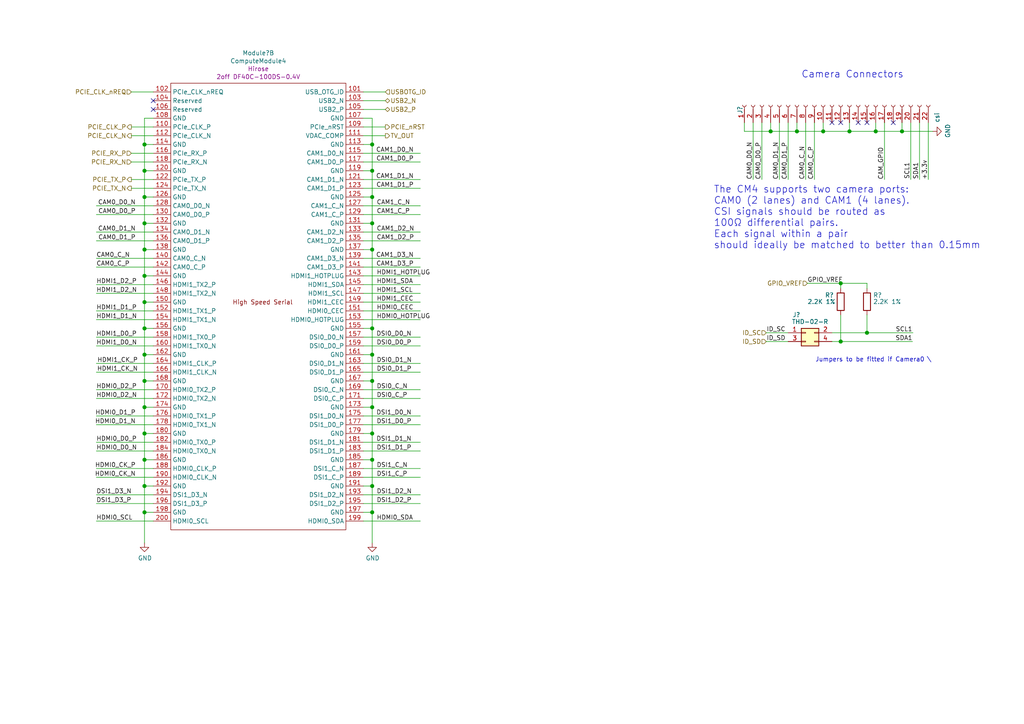
<source format=kicad_sch>
(kicad_sch (version 20211123) (generator eeschema)
  (paper "A4")
  (lib_symbols
    (symbol "CM4IO:ComputeModule4-CM4"
      (property "Reference" "Module" (at 113.03 -68.58 0))
      (property "Value" "ComputeModule4-CM4" (at 140.97 2.54 0))
      (property "Field4" "Hirose" (at 0 0 0))
      (property "Field5" "2x DF40C-100DS-0.4V" (at 0 -2.54 0))
      (symbol "ComputeModule4-CM4_1_0"
        (text "GPIO" (at 0 6.35 0) (effects (font (size 1.27 1.27))))
      )
      (symbol "ComputeModule4-CM4_1_1"
        (rectangle (start -30.48 -71.12) (end 25.4 58.42))
        (text "600mA Max" (at -8.89 -53.34 0) (effects (font (size 1.27 1.27))))
        (text "600mA Max" (at -8.89 -48.26 0) (effects (font (size 1.27 1.27))))
        (text "NB SD signals are only available" (at -1.27 -27.94 0) (effects (font (size 1.27 1.27))))
        (text "on modules without eMMC" (at -1.27 -30.48 0) (effects (font (size 1.27 1.27))))
        (pin power_in line (at 27.94 55.88 180) (length 2.54) (name "GND") (number "1"))
        (pin passive line (at -33.02 45.72 0) (length 2.54) (name "Ethernet_Pair0_N") (number "10"))
        (pin output line (at -33.02 -68.58 0) (length 2.54) (name "nEXTRST") (number "100"))
        (pin passive line (at 27.94 43.18 180) (length 2.54) (name "Ethernet_Pair2_P") (number "11"))
        (pin passive line (at -33.02 43.18 0) (length 2.54) (name "Ethernet_Pair0_P") (number "12"))
        (pin power_in line (at 27.94 40.64 180) (length 2.54) (name "GND") (number "13"))
        (pin power_in line (at -33.02 40.64 0) (length 2.54) (name "GND") (number "14"))
        (pin output line (at 27.94 38.1 180) (length 2.54) (name "Ethernet_nLED3(3.3v)") (number "15"))
        (pin input line (at -33.02 38.1 0) (length 2.54) (name "Ethernet_SYNC_IN(1.8v)") (number "16"))
        (pin output line (at 27.94 35.56 180) (length 2.54) (name "Ethernet_nLED2(3.3v)") (number "17"))
        (pin input line (at -33.02 35.56 0) (length 2.54) (name "Ethernet_SYNC_OUT(1.8v)") (number "18"))
        (pin output line (at 27.94 33.02 180) (length 2.54) (name "Ethernet_nLED1(3.3v)") (number "19"))
        (pin power_in line (at -33.02 55.88 0) (length 2.54) (name "GND") (number "2"))
        (pin passive line (at -33.02 33.02 0) (length 2.54) (name "EEPROM_nWP") (number "20"))
        (pin open_collector line (at 27.94 30.48 180) (length 2.54) (name "PI_nLED_Activity") (number "21"))
        (pin power_in line (at -33.02 30.48 0) (length 2.54) (name "GND") (number "22"))
        (pin power_in line (at 27.94 27.94 180) (length 2.54) (name "GND") (number "23"))
        (pin passive line (at -33.02 27.94 0) (length 2.54) (name "GPIO26") (number "24"))
        (pin passive line (at 27.94 25.4 180) (length 2.54) (name "GPIO21") (number "25"))
        (pin passive line (at -33.02 25.4 0) (length 2.54) (name "GPIO19") (number "26"))
        (pin passive line (at 27.94 22.86 180) (length 2.54) (name "GPIO20") (number "27"))
        (pin passive line (at -33.02 22.86 0) (length 2.54) (name "GPIO13") (number "28"))
        (pin passive line (at 27.94 20.32 180) (length 2.54) (name "GPIO16") (number "29"))
        (pin passive line (at 27.94 53.34 180) (length 2.54) (name "Ethernet_Pair3_P") (number "3"))
        (pin passive line (at -33.02 20.32 0) (length 2.54) (name "GPIO6") (number "30"))
        (pin passive line (at 27.94 17.78 180) (length 2.54) (name "GPIO12") (number "31"))
        (pin power_in line (at -33.02 17.78 0) (length 2.54) (name "GND") (number "32"))
        (pin power_in line (at 27.94 15.24 180) (length 2.54) (name "GND") (number "33"))
        (pin passive line (at -33.02 15.24 0) (length 2.54) (name "GPIO5") (number "34"))
        (pin passive line (at 27.94 12.7 180) (length 2.54) (name "ID_SC") (number "35"))
        (pin passive line (at -33.02 12.7 0) (length 2.54) (name "ID_SD") (number "36"))
        (pin passive line (at 27.94 10.16 180) (length 2.54) (name "GPIO7") (number "37"))
        (pin passive line (at -33.02 10.16 0) (length 2.54) (name "GPIO11") (number "38"))
        (pin passive line (at 27.94 7.62 180) (length 2.54) (name "GPIO8") (number "39"))
        (pin passive line (at -33.02 53.34 0) (length 2.54) (name "Ethernet_Pair1_P") (number "4"))
        (pin passive line (at -33.02 7.62 0) (length 2.54) (name "GPIO9") (number "40"))
        (pin passive line (at 27.94 5.08 180) (length 2.54) (name "GPIO25") (number "41"))
        (pin power_in line (at -33.02 5.08 0) (length 2.54) (name "GND") (number "42"))
        (pin power_in line (at 27.94 2.54 180) (length 2.54) (name "GND") (number "43"))
        (pin passive line (at -33.02 2.54 0) (length 2.54) (name "GPIO10") (number "44"))
        (pin passive line (at 27.94 0 180) (length 2.54) (name "GPIO24") (number "45"))
        (pin passive line (at -33.02 0 0) (length 2.54) (name "GPIO22") (number "46"))
        (pin passive line (at 27.94 -2.54 180) (length 2.54) (name "GPIO23") (number "47"))
        (pin passive line (at -33.02 -2.54 0) (length 2.54) (name "GPIO27") (number "48"))
        (pin passive line (at 27.94 -5.08 180) (length 2.54) (name "GPIO18") (number "49"))
        (pin passive line (at 27.94 50.8 180) (length 2.54) (name "Ethernet_Pair3_N") (number "5"))
        (pin passive line (at -33.02 -5.08 0) (length 2.54) (name "GPIO17") (number "50"))
        (pin passive line (at 27.94 -7.62 180) (length 2.54) (name "GPIO15") (number "51"))
        (pin power_in line (at -33.02 -7.62 0) (length 2.54) (name "GND") (number "52"))
        (pin power_in line (at 27.94 -10.16 180) (length 2.54) (name "GND") (number "53"))
        (pin passive line (at -33.02 -10.16 0) (length 2.54) (name "GPIO4") (number "54"))
        (pin passive line (at 27.94 -12.7 180) (length 2.54) (name "GPIO14") (number "55"))
        (pin passive line (at -33.02 -12.7 0) (length 2.54) (name "GPIO3") (number "56"))
        (pin passive line (at 27.94 -15.24 180) (length 2.54) (name "SD_CLK") (number "57"))
        (pin passive line (at -33.02 -15.24 0) (length 2.54) (name "GPIO2") (number "58"))
        (pin power_in line (at 27.94 -17.78 180) (length 2.54) (name "GND") (number "59"))
        (pin passive line (at -33.02 50.8 0) (length 2.54) (name "Ethernet_Pair1_N") (number "6"))
        (pin power_in line (at -33.02 -17.78 0) (length 2.54) (name "GND") (number "60"))
        (pin passive line (at 27.94 -20.32 180) (length 2.54) (name "SD_DAT3") (number "61"))
        (pin passive line (at -33.02 -20.32 0) (length 2.54) (name "SD_CMD") (number "62"))
        (pin passive line (at 27.94 -22.86 180) (length 2.54) (name "SD_DAT0") (number "63"))
        (pin passive line (at -33.02 -22.86 0) (length 2.54) (name "SD_DAT5") (number "64"))
        (pin power_in line (at 27.94 -25.4 180) (length 2.54) (name "GND") (number "65"))
        (pin power_in line (at -33.02 -25.4 0) (length 2.54) (name "GND") (number "66"))
        (pin passive line (at 27.94 -27.94 180) (length 2.54) (name "SD_DAT1") (number "67"))
        (pin passive line (at -33.02 -27.94 0) (length 2.54) (name "SD_DAT4") (number "68"))
        (pin passive line (at 27.94 -30.48 180) (length 2.54) (name "SD_DAT2") (number "69"))
        (pin power_in line (at 27.94 48.26 180) (length 2.54) (name "GND") (number "7"))
        (pin passive line (at -33.02 -30.48 0) (length 2.54) (name "SD_DAT7") (number "70"))
        (pin power_in line (at 27.94 -33.02 180) (length 2.54) (name "GND") (number "71"))
        (pin passive line (at -33.02 -33.02 0) (length 2.54) (name "SD_DAT6") (number "72"))
        (pin input line (at 27.94 -35.56 180) (length 2.54) (name "SD_VDD_Override") (number "73"))
        (pin power_in line (at -33.02 -35.56 0) (length 2.54) (name "GND") (number "74"))
        (pin output line (at 27.94 -38.1 180) (length 2.54) (name "SD_PWR_ON") (number "75"))
        (pin passive line (at -33.02 -38.1 0) (length 2.54) (name "Reserved") (number "76"))
        (pin power_in line (at 27.94 -40.64 180) (length 2.54) (name "+5v_(Input)") (number "77"))
        (pin power_in line (at -33.02 -40.64 0) (length 2.54) (name "GPIO_VREF(1.8v/3.3v_Input)") (number "78"))
        (pin power_in line (at 27.94 -43.18 180) (length 2.54) (name "+5v_(Input)") (number "79"))
        (pin power_in line (at -33.02 48.26 0) (length 2.54) (name "GND") (number "8"))
        (pin passive line (at -33.02 -43.18 0) (length 2.54) (name "SCL0") (number "80"))
        (pin power_in line (at 27.94 -45.72 180) (length 2.54) (name "+5v_(Input)") (number "81"))
        (pin passive line (at -33.02 -45.72 0) (length 2.54) (name "SDA0") (number "82"))
        (pin power_in line (at 27.94 -48.26 180) (length 2.54) (name "+5v_(Input)") (number "83"))
        (pin power_out line (at -33.02 -48.26 0) (length 2.54) (name "+3.3v_(Output)") (number "84"))
        (pin power_in line (at 27.94 -50.8 180) (length 2.54) (name "+5v_(Input)") (number "85"))
        (pin power_out line (at -33.02 -50.8 0) (length 2.54) (name "+3.3v_(Output)") (number "86"))
        (pin power_in line (at 27.94 -53.34 180) (length 2.54) (name "+5v_(Input)") (number "87"))
        (pin power_out line (at -33.02 -53.34 0) (length 2.54) (name "+1.8v_(Output)") (number "88"))
        (pin power_in line (at 27.94 -55.88 180) (length 2.54) (name "WiFi_nDisable") (number "89"))
        (pin passive line (at 27.94 45.72 180) (length 2.54) (name "Ethernet_Pair2_N") (number "9"))
        (pin power_out line (at -33.02 -55.88 0) (length 2.54) (name "+1.8v_(Output)") (number "90"))
        (pin power_in line (at 27.94 -58.42 180) (length 2.54) (name "BT_nDisable") (number "91"))
        (pin passive line (at -33.02 -58.42 0) (length 2.54) (name "RUN_PG") (number "92"))
        (pin input line (at 27.94 -60.96 180) (length 2.54) (name "nRPIBOOT") (number "93"))
        (pin passive line (at -33.02 -60.96 0) (length 2.54) (name "AnalogIP0") (number "94"))
        (pin output line (at 27.94 -63.5 180) (length 2.54) (name "nPI_LED_PWR") (number "95"))
        (pin passive line (at -33.02 -63.5 0) (length 2.54) (name "AnalogIP1") (number "96"))
        (pin passive line (at 27.94 -66.04 180) (length 2.54) (name "Camera_GPIO") (number "97"))
        (pin power_in line (at -33.02 -66.04 0) (length 2.54) (name "GND") (number "98"))
        (pin input line (at 27.94 -68.58 180) (length 2.54) (name "Global_EN") (number "99"))
      )
      (symbol "ComputeModule4-CM4_2_1"
        (rectangle (start 114.3 -66.04) (end 165.1 63.5))
        (text "High Speed Serial" (at 140.97 0 0) (effects (font (size 1.27 1.27))))
        (pin input line (at 170.18 60.96 180) (length 5.08) (name "USB_OTG_ID") (number "101"))
        (pin input line (at 109.22 60.96 0) (length 5.08) (name "PCIe_CLK_nREQ") (number "102"))
        (pin passive line (at 170.18 58.42 180) (length 5.08) (name "USB2_N") (number "103"))
        (pin passive line (at 109.22 58.42 0) (length 5.08) (name "Reserved") (number "104"))
        (pin passive line (at 170.18 55.88 180) (length 5.08) (name "USB2_P") (number "105"))
        (pin passive line (at 109.22 55.88 0) (length 5.08) (name "Reserved") (number "106"))
        (pin power_in line (at 170.18 53.34 180) (length 5.08) (name "GND") (number "107"))
        (pin power_in line (at 109.22 53.34 0) (length 5.08) (name "GND") (number "108"))
        (pin bidirectional line (at 170.18 50.8 180) (length 5.08) (name "PCIe_nRST") (number "109"))
        (pin output line (at 109.22 50.8 0) (length 5.08) (name "PCIe_CLK_P") (number "110"))
        (pin passive line (at 170.18 48.26 180) (length 5.08) (name "VDAC_COMP") (number "111"))
        (pin output line (at 109.22 48.26 0) (length 5.08) (name "PCIe_CLK_N") (number "112"))
        (pin power_in line (at 170.18 45.72 180) (length 5.08) (name "GND") (number "113"))
        (pin power_in line (at 109.22 45.72 0) (length 5.08) (name "GND") (number "114"))
        (pin input line (at 170.18 43.18 180) (length 5.08) (name "CAM1_D0_N") (number "115"))
        (pin input line (at 109.22 43.18 0) (length 5.08) (name "PCIe_RX_P") (number "116"))
        (pin input line (at 170.18 40.64 180) (length 5.08) (name "CAM1_D0_P") (number "117"))
        (pin input line (at 109.22 40.64 0) (length 5.08) (name "PCIe_RX_N") (number "118"))
        (pin power_in line (at 170.18 38.1 180) (length 5.08) (name "GND") (number "119"))
        (pin power_in line (at 109.22 38.1 0) (length 5.08) (name "GND") (number "120"))
        (pin input line (at 170.18 35.56 180) (length 5.08) (name "CAM1_D1_N") (number "121"))
        (pin output line (at 109.22 35.56 0) (length 5.08) (name "PCIe_TX_P") (number "122"))
        (pin input line (at 170.18 33.02 180) (length 5.08) (name "CAM1_D1_P") (number "123"))
        (pin output line (at 109.22 33.02 0) (length 5.08) (name "PCIe_TX_N") (number "124"))
        (pin power_in line (at 170.18 30.48 180) (length 5.08) (name "GND") (number "125"))
        (pin power_in line (at 109.22 30.48 0) (length 5.08) (name "GND") (number "126"))
        (pin input line (at 170.18 27.94 180) (length 5.08) (name "CAM1_C_N") (number "127"))
        (pin input line (at 109.22 27.94 0) (length 5.08) (name "CAM0_D0_N") (number "128"))
        (pin input line (at 170.18 25.4 180) (length 5.08) (name "CAM1_C_P") (number "129"))
        (pin input line (at 109.22 25.4 0) (length 5.08) (name "CAM0_D0_P") (number "130"))
        (pin power_in line (at 170.18 22.86 180) (length 5.08) (name "GND") (number "131"))
        (pin power_in line (at 109.22 22.86 0) (length 5.08) (name "GND") (number "132"))
        (pin input line (at 170.18 20.32 180) (length 5.08) (name "CAM1_D2_N") (number "133"))
        (pin input line (at 109.22 20.32 0) (length 5.08) (name "CAM0_D1_N") (number "134"))
        (pin input line (at 170.18 17.78 180) (length 5.08) (name "CAM1_D2_P") (number "135"))
        (pin input line (at 109.22 17.78 0) (length 5.08) (name "CAM0_D1_P") (number "136"))
        (pin power_in line (at 170.18 15.24 180) (length 5.08) (name "GND") (number "137"))
        (pin power_in line (at 109.22 15.24 0) (length 5.08) (name "GND") (number "138"))
        (pin input line (at 170.18 12.7 180) (length 5.08) (name "CAM1_D3_N") (number "139"))
        (pin input line (at 109.22 12.7 0) (length 5.08) (name "CAM0_C_N") (number "140"))
        (pin input line (at 170.18 10.16 180) (length 5.08) (name "CAM1_D3_P") (number "141"))
        (pin input line (at 109.22 10.16 0) (length 5.08) (name "CAM0_C_P") (number "142"))
        (pin input line (at 170.18 7.62 180) (length 5.08) (name "HDMI1_HOTPLUG") (number "143"))
        (pin power_in line (at 109.22 7.62 0) (length 5.08) (name "GND") (number "144"))
        (pin bidirectional line (at 170.18 5.08 180) (length 5.08) (name "HDMI1_SDA") (number "145"))
        (pin output line (at 109.22 5.08 0) (length 5.08) (name "HDMI1_TX2_P") (number "146"))
        (pin open_collector line (at 170.18 2.54 180) (length 5.08) (name "HDMI1_SCL") (number "147"))
        (pin output line (at 109.22 2.54 0) (length 5.08) (name "HDMI1_TX2_N") (number "148"))
        (pin open_collector line (at 170.18 0 180) (length 5.08) (name "HDMI1_CEC") (number "149"))
        (pin power_in line (at 109.22 0 0) (length 5.08) (name "GND") (number "150"))
        (pin open_collector line (at 170.18 -2.54 180) (length 5.08) (name "HDMI0_CEC") (number "151"))
        (pin output line (at 109.22 -2.54 0) (length 5.08) (name "HDMI1_TX1_P") (number "152"))
        (pin input line (at 170.18 -5.08 180) (length 5.08) (name "HDMI0_HOTPLUG") (number "153"))
        (pin output line (at 109.22 -5.08 0) (length 5.08) (name "HDMI1_TX1_N") (number "154"))
        (pin power_in line (at 170.18 -7.62 180) (length 5.08) (name "GND") (number "155"))
        (pin power_in line (at 109.22 -7.62 0) (length 5.08) (name "GND") (number "156"))
        (pin output line (at 170.18 -10.16 180) (length 5.08) (name "DSI0_D0_N") (number "157"))
        (pin output line (at 109.22 -10.16 0) (length 5.08) (name "HDMI1_TX0_P") (number "158"))
        (pin output line (at 170.18 -12.7 180) (length 5.08) (name "DSI0_D0_P") (number "159"))
        (pin output line (at 109.22 -12.7 0) (length 5.08) (name "HDMI1_TX0_N") (number "160"))
        (pin power_in line (at 170.18 -15.24 180) (length 5.08) (name "GND") (number "161"))
        (pin power_in line (at 109.22 -15.24 0) (length 5.08) (name "GND") (number "162"))
        (pin output line (at 170.18 -17.78 180) (length 5.08) (name "DSI0_D1_N") (number "163"))
        (pin output line (at 109.22 -17.78 0) (length 5.08) (name "HDMI1_CLK_P") (number "164"))
        (pin output line (at 170.18 -20.32 180) (length 5.08) (name "DSI0_D1_P") (number "165"))
        (pin output line (at 109.22 -20.32 0) (length 5.08) (name "HDMI1_CLK_N") (number "166"))
        (pin power_in line (at 170.18 -22.86 180) (length 5.08) (name "GND") (number "167"))
        (pin power_in line (at 109.22 -22.86 0) (length 5.08) (name "GND") (number "168"))
        (pin output line (at 170.18 -25.4 180) (length 5.08) (name "DSI0_C_N") (number "169"))
        (pin output line (at 109.22 -25.4 0) (length 5.08) (name "HDMI0_TX2_P") (number "170"))
        (pin output line (at 170.18 -27.94 180) (length 5.08) (name "DSI0_C_P") (number "171"))
        (pin output line (at 109.22 -27.94 0) (length 5.08) (name "HDMI0_TX2_N") (number "172"))
        (pin power_in line (at 170.18 -30.48 180) (length 5.08) (name "GND") (number "173"))
        (pin power_in line (at 109.22 -30.48 0) (length 5.08) (name "GND") (number "174"))
        (pin output line (at 170.18 -33.02 180) (length 5.08) (name "DSI1_D0_N") (number "175"))
        (pin output line (at 109.22 -33.02 0) (length 5.08) (name "HDMI0_TX1_P") (number "176"))
        (pin output line (at 170.18 -35.56 180) (length 5.08) (name "DSI1_D0_P") (number "177"))
        (pin output line (at 109.22 -35.56 0) (length 5.08) (name "HDMI0_TX1_N") (number "178"))
        (pin power_in line (at 170.18 -38.1 180) (length 5.08) (name "GND") (number "179"))
        (pin power_in line (at 109.22 -38.1 0) (length 5.08) (name "GND") (number "180"))
        (pin output line (at 170.18 -40.64 180) (length 5.08) (name "DSI1_D1_N") (number "181"))
        (pin output line (at 109.22 -40.64 0) (length 5.08) (name "HDMI0_TX0_P") (number "182"))
        (pin output line (at 170.18 -43.18 180) (length 5.08) (name "DSI1_D1_P") (number "183"))
        (pin output line (at 109.22 -43.18 0) (length 5.08) (name "HDMI0_TX0_N") (number "184"))
        (pin power_in line (at 170.18 -45.72 180) (length 5.08) (name "GND") (number "185"))
        (pin power_in line (at 109.22 -45.72 0) (length 5.08) (name "GND") (number "186"))
        (pin output line (at 170.18 -48.26 180) (length 5.08) (name "DSI1_C_N") (number "187"))
        (pin output line (at 109.22 -48.26 0) (length 5.08) (name "HDMI0_CLK_P") (number "188"))
        (pin output line (at 170.18 -50.8 180) (length 5.08) (name "DSI1_C_P") (number "189"))
        (pin output line (at 109.22 -50.8 0) (length 5.08) (name "HDMI0_CLK_N") (number "190"))
        (pin power_in line (at 170.18 -53.34 180) (length 5.08) (name "GND") (number "191"))
        (pin power_in line (at 109.22 -53.34 0) (length 5.08) (name "GND") (number "192"))
        (pin output line (at 170.18 -55.88 180) (length 5.08) (name "DSI1_D2_N") (number "193"))
        (pin output line (at 109.22 -55.88 0) (length 5.08) (name "DSI1_D3_N") (number "194"))
        (pin output line (at 170.18 -58.42 180) (length 5.08) (name "DSI1_D2_P") (number "195"))
        (pin output line (at 109.22 -58.42 0) (length 5.08) (name "DSI1_D3_P") (number "196"))
        (pin power_in line (at 170.18 -60.96 180) (length 5.08) (name "GND") (number "197"))
        (pin power_in line (at 109.22 -60.96 0) (length 5.08) (name "GND") (number "198"))
        (pin bidirectional line (at 170.18 -63.5 180) (length 5.08) (name "HDMI0_SDA") (number "199"))
        (pin open_collector line (at 109.22 -63.5 0) (length 5.08) (name "HDMI0_SCL") (number "200"))
      )
    )
    (symbol "Connector:Conn_01x22_Female" (pin_names hide)
      (property "Reference" "J" (at 0 27.94 0))
      (property "Value" "Conn_01x22_Female" (at 0 -30.48 0))
      (symbol "Conn_01x22_Female_1_1"
        (arc (start 0 -27.432) (mid -0.508 -27.94) (end 0 -28.448))
        (arc (start 0 -24.892) (mid -0.508 -25.4) (end 0 -25.908))
        (arc (start 0 -22.352) (mid -0.508 -22.86) (end 0 -23.368))
        (arc (start 0 -19.812) (mid -0.508 -20.32) (end 0 -20.828))
        (arc (start 0 -17.272) (mid -0.508 -17.78) (end 0 -18.288))
        (arc (start 0 -14.732) (mid -0.508 -15.24) (end 0 -15.748))
        (arc (start 0 -12.192) (mid -0.508 -12.7) (end 0 -13.208))
        (arc (start 0 -9.652) (mid -0.508 -10.16) (end 0 -10.668))
        (arc (start 0 -7.112) (mid -0.508 -7.62) (end 0 -8.128))
        (arc (start 0 -4.572) (mid -0.508 -5.08) (end 0 -5.588))
        (arc (start 0 -2.032) (mid -0.508 -2.54) (end 0 -3.048))
        (polyline (pts (xy -1.27 -27.94) (xy -0.508 -27.94)))
        (polyline (pts (xy -1.27 -25.4) (xy -0.508 -25.4)))
        (polyline (pts (xy -1.27 -22.86) (xy -0.508 -22.86)))
        (polyline (pts (xy -1.27 -20.32) (xy -0.508 -20.32)))
        (polyline (pts (xy -1.27 -17.78) (xy -0.508 -17.78)))
        (polyline (pts (xy -1.27 -15.24) (xy -0.508 -15.24)))
        (polyline (pts (xy -1.27 -12.7) (xy -0.508 -12.7)))
        (polyline (pts (xy -1.27 -10.16) (xy -0.508 -10.16)))
        (polyline (pts (xy -1.27 -7.62) (xy -0.508 -7.62)))
        (polyline (pts (xy -1.27 -5.08) (xy -0.508 -5.08)))
        (polyline (pts (xy -1.27 -2.54) (xy -0.508 -2.54)))
        (polyline (pts (xy -1.27 0) (xy -0.508 0)))
        (polyline (pts (xy -1.27 2.54) (xy -0.508 2.54)))
        (polyline (pts (xy -1.27 5.08) (xy -0.508 5.08)))
        (polyline (pts (xy -1.27 7.62) (xy -0.508 7.62)))
        (polyline (pts (xy -1.27 10.16) (xy -0.508 10.16)))
        (polyline (pts (xy -1.27 12.7) (xy -0.508 12.7)))
        (polyline (pts (xy -1.27 15.24) (xy -0.508 15.24)))
        (polyline (pts (xy -1.27 17.78) (xy -0.508 17.78)))
        (polyline (pts (xy -1.27 20.32) (xy -0.508 20.32)))
        (polyline (pts (xy -1.27 22.86) (xy -0.508 22.86)))
        (polyline (pts (xy -1.27 25.4) (xy -0.508 25.4)))
        (arc (start 0 0.508) (mid -0.508 0) (end 0 -0.508))
        (arc (start 0 3.048) (mid -0.508 2.54) (end 0 2.032))
        (arc (start 0 5.588) (mid -0.508 5.08) (end 0 4.572))
        (arc (start 0 8.128) (mid -0.508 7.62) (end 0 7.112))
        (arc (start 0 10.668) (mid -0.508 10.16) (end 0 9.652))
        (arc (start 0 13.208) (mid -0.508 12.7) (end 0 12.192))
        (arc (start 0 15.748) (mid -0.508 15.24) (end 0 14.732))
        (arc (start 0 18.288) (mid -0.508 17.78) (end 0 17.272))
        (arc (start 0 20.828) (mid -0.508 20.32) (end 0 19.812))
        (arc (start 0 23.368) (mid -0.508 22.86) (end 0 22.352))
        (arc (start 0 25.908) (mid -0.508 25.4) (end 0 24.892))
        (pin passive line (at -5.08 25.4 0) (length 3.81) (name "Pin_1") (number "1"))
        (pin passive line (at -5.08 2.54 0) (length 3.81) (name "Pin_10") (number "10"))
        (pin passive line (at -5.08 0 0) (length 3.81) (name "Pin_11") (number "11"))
        (pin passive line (at -5.08 -2.54 0) (length 3.81) (name "Pin_12") (number "12"))
        (pin passive line (at -5.08 -5.08 0) (length 3.81) (name "Pin_13") (number "13"))
        (pin passive line (at -5.08 -7.62 0) (length 3.81) (name "Pin_14") (number "14"))
        (pin passive line (at -5.08 -10.16 0) (length 3.81) (name "Pin_15") (number "15"))
        (pin passive line (at -5.08 -12.7 0) (length 3.81) (name "Pin_16") (number "16"))
        (pin passive line (at -5.08 -15.24 0) (length 3.81) (name "Pin_17") (number "17"))
        (pin passive line (at -5.08 -17.78 0) (length 3.81) (name "Pin_18") (number "18"))
        (pin passive line (at -5.08 -20.32 0) (length 3.81) (name "Pin_19") (number "19"))
        (pin passive line (at -5.08 22.86 0) (length 3.81) (name "Pin_2") (number "2"))
        (pin passive line (at -5.08 -22.86 0) (length 3.81) (name "Pin_20") (number "20"))
        (pin passive line (at -5.08 -25.4 0) (length 3.81) (name "Pin_21") (number "21"))
        (pin passive line (at -5.08 -27.94 0) (length 3.81) (name "Pin_22") (number "22"))
        (pin passive line (at -5.08 20.32 0) (length 3.81) (name "Pin_3") (number "3"))
        (pin passive line (at -5.08 17.78 0) (length 3.81) (name "Pin_4") (number "4"))
        (pin passive line (at -5.08 15.24 0) (length 3.81) (name "Pin_5") (number "5"))
        (pin passive line (at -5.08 12.7 0) (length 3.81) (name "Pin_6") (number "6"))
        (pin passive line (at -5.08 10.16 0) (length 3.81) (name "Pin_7") (number "7"))
        (pin passive line (at -5.08 7.62 0) (length 3.81) (name "Pin_8") (number "8"))
        (pin passive line (at -5.08 5.08 0) (length 3.81) (name "Pin_9") (number "9"))
      )
    )
    (symbol "Connector_Generic:Conn_02x02_Odd_Even" (pin_names hide)
      (property "Reference" "J" (at 1.27 2.54 0))
      (property "Value" "Conn_02x02_Odd_Even" (at 1.27 -5.08 0))
      (symbol "Conn_02x02_Odd_Even_1_1"
        (rectangle (start -1.27 -2.413) (end 0 -2.667))
        (rectangle (start -1.27 0.127) (end 0 -0.127))
        (rectangle (start -1.27 1.27) (end 3.81 -3.81) (stroke (width 0.254)) (fill (type background)))
        (rectangle (start 3.81 -2.413) (end 2.54 -2.667))
        (rectangle (start 3.81 0.127) (end 2.54 -0.127))
        (pin passive line (at -5.08 0 0) (length 3.81) (name "Pin_1") (number "1"))
        (pin passive line (at 7.62 0 180) (length 3.81) (name "Pin_2") (number "2"))
        (pin passive line (at -5.08 -2.54 0) (length 3.81) (name "Pin_3") (number "3"))
        (pin passive line (at 7.62 -2.54 180) (length 3.81) (name "Pin_4") (number "4"))
      )
    )
    (symbol "Device:R" (pin_numbers hide) (pin_names (offset 0))
      (property "Reference" "R" (at 2.032 0 90))
      (property "Value" "R" (at 0 0 90))
      (symbol "R_0_1"
        (rectangle (start -1.016 -2.54) (end 1.016 2.54) (stroke (width 0.254)))
      )
      (symbol "R_1_1"
        (pin passive line (at 0 3.81 270) (length 1.27) (name "~") (number "1"))
        (pin passive line (at 0 -3.81 90) (length 1.27) (name "~") (number "2"))
      )
    )
    (symbol "power:GND" (power) (pin_names (offset 0))
      (property "Value" "GND" (at 0 -3.81 0))
      (symbol "GND_0_1"
        (polyline (pts (xy 0 0) (xy 0 -1.27) (xy 1.27 -1.27) (xy 0 -2.54) (xy -1.27 -1.27) (xy 0 -1.27)))
      )
      (symbol "GND_1_1"
        (pin power_in line (at 0 0 270) (length 0) hide (name "GND") (number "1"))
      )
    )
  )
  (junction (at 251.46 96.52) (diameter 1.016))
  (junction (at 107.95 140.97) (diameter 1.016))
  (junction (at 41.91 110.49) (diameter 1.016))
  (junction (at 254 38.1) (diameter 1.016))
  (junction (at 107.95 64.77) (diameter 1.016))
  (junction (at 41.91 49.53) (diameter 1.016))
  (junction (at 41.91 140.97) (diameter 1.016))
  (junction (at 41.91 95.25) (diameter 1.016))
  (junction (at 107.95 148.59) (diameter 1.016))
  (junction (at 107.95 95.25) (diameter 1.016))
  (junction (at 107.95 102.87) (diameter 1.016))
  (junction (at 41.91 87.63) (diameter 1.016))
  (junction (at 107.95 110.49) (diameter 1.016))
  (junction (at 243.84 99.06) (diameter 1.016))
  (junction (at 41.91 125.73) (diameter 1.016))
  (junction (at 41.91 80.01) (diameter 1.016))
  (junction (at 107.95 72.39) (diameter 1.016))
  (junction (at 41.91 57.15) (diameter 1.016))
  (junction (at 107.95 118.11) (diameter 1.016))
  (junction (at 107.95 125.73) (diameter 1.016))
  (junction (at 246.38 38.1) (diameter 1.016))
  (junction (at 41.91 72.39) (diameter 1.016))
  (junction (at 107.95 49.53) (diameter 1.016))
  (junction (at 41.91 102.87) (diameter 1.016))
  (junction (at 41.91 118.11) (diameter 1.016))
  (junction (at 41.91 41.91) (diameter 1.016))
  (junction (at 223.52 38.1) (diameter 1.016))
  (junction (at 41.91 148.59) (diameter 1.016))
  (junction (at 243.84 82.169) (diameter 1.016))
  (junction (at 41.91 133.35) (diameter 1.016))
  (junction (at 238.76 38.1) (diameter 1.016))
  (junction (at 231.14 38.1) (diameter 1.016))
  (junction (at 261.62 38.1) (diameter 1.016))
  (junction (at 107.95 133.35) (diameter 1.016))
  (junction (at 107.95 41.91) (diameter 1.016))
  (junction (at 107.95 57.15) (diameter 1.016))
  (junction (at 41.91 64.77) (diameter 1.016))
  (no_connect (at 44.45 29.21))
  (no_connect (at 248.92 35.56))
  (no_connect (at 44.45 31.75))
  (no_connect (at 251.46 35.56))
  (no_connect (at 243.84 35.56))
  (no_connect (at 241.3 35.56))
  (no_connect (at 259.08 35.56))
  (wire (pts (xy 27.94 92.71) (xy 44.45 92.71)))
  (wire (pts (xy 107.95 95.25) (xy 107.95 102.87)))
  (wire (pts (xy 41.91 57.15) (xy 41.91 64.77)))
  (wire (pts (xy 243.84 91.313) (xy 243.84 99.06)))
  (wire (pts (xy 215.9 38.1) (xy 223.52 38.1)))
  (wire (pts (xy 27.94 143.51) (xy 44.45 143.51)))
  (wire (pts (xy 121.92 74.93) (xy 105.41 74.93)))
  (wire (pts (xy 222.25 99.06) (xy 228.6 99.06)))
  (wire (pts (xy 105.41 59.69) (xy 121.92 59.69)))
  (wire (pts (xy 38.1 52.07) (xy 44.45 52.07)))
  (wire (pts (xy 121.92 46.99) (xy 105.41 46.99)))
  (wire (pts (xy 222.25 96.52) (xy 228.6 96.52)))
  (wire (pts (xy 107.95 110.49) (xy 107.95 118.11)))
  (wire (pts (xy 27.94 85.09) (xy 44.45 85.09)))
  (wire (pts (xy 44.45 34.29) (xy 41.91 34.29)))
  (wire (pts (xy 27.94 115.57) (xy 44.45 115.57)))
  (wire (pts (xy 27.94 82.55) (xy 44.45 82.55)))
  (wire (pts (xy 107.95 140.97) (xy 107.95 148.59)))
  (wire (pts (xy 251.46 82.169) (xy 251.46 83.693)))
  (wire (pts (xy 44.45 105.41) (xy 27.94 105.41)))
  (wire (pts (xy 121.92 97.79) (xy 105.41 97.79)))
  (wire (pts (xy 121.92 52.07) (xy 105.41 52.07)))
  (wire (pts (xy 105.41 85.09) (xy 121.92 85.09)))
  (wire (pts (xy 41.91 125.73) (xy 44.45 125.73)))
  (wire (pts (xy 41.91 72.39) (xy 44.45 72.39)))
  (wire (pts (xy 238.76 38.1) (xy 246.38 38.1)))
  (wire (pts (xy 41.91 80.01) (xy 41.91 87.63)))
  (wire (pts (xy 41.91 110.49) (xy 44.45 110.49)))
  (wire (pts (xy 41.91 49.53) (xy 41.91 57.15)))
  (wire (pts (xy 105.41 31.75) (xy 111.76 31.75)))
  (wire (pts (xy 41.91 140.97) (xy 41.91 148.59)))
  (wire (pts (xy 105.41 80.01) (xy 121.92 80.01)))
  (wire (pts (xy 246.38 38.1) (xy 246.38 35.56)))
  (wire (pts (xy 231.14 38.1) (xy 238.76 38.1)))
  (wire (pts (xy 105.41 118.11) (xy 107.95 118.11)))
  (wire (pts (xy 41.91 41.91) (xy 44.45 41.91)))
  (wire (pts (xy 238.76 38.1) (xy 238.76 35.56)))
  (wire (pts (xy 105.41 113.03) (xy 121.92 113.03)))
  (wire (pts (xy 44.45 138.43) (xy 27.94 138.43)))
  (wire (pts (xy 44.45 59.69) (xy 27.94 59.69)))
  (wire (pts (xy 27.94 146.05) (xy 44.45 146.05)))
  (wire (pts (xy 105.41 105.41) (xy 121.92 105.41)))
  (wire (pts (xy 105.41 133.35) (xy 107.95 133.35)))
  (wire (pts (xy 44.45 69.85) (xy 27.94 69.85)))
  (wire (pts (xy 107.95 72.39) (xy 107.95 64.77)))
  (wire (pts (xy 41.91 34.29) (xy 41.91 41.91)))
  (wire (pts (xy 223.52 38.1) (xy 223.52 35.56)))
  (wire (pts (xy 41.91 57.15) (xy 44.45 57.15)))
  (wire (pts (xy 38.1 39.37) (xy 44.45 39.37)))
  (wire (pts (xy 107.95 49.53) (xy 107.95 41.91)))
  (wire (pts (xy 105.41 64.77) (xy 107.95 64.77)))
  (wire (pts (xy 41.91 110.49) (xy 41.91 118.11)))
  (wire (pts (xy 107.95 125.73) (xy 107.95 133.35)))
  (wire (pts (xy 27.94 151.13) (xy 44.45 151.13)))
  (wire (pts (xy 41.91 102.87) (xy 41.91 110.49)))
  (wire (pts (xy 105.41 39.37) (xy 111.76 39.37)))
  (wire (pts (xy 121.92 130.81) (xy 105.41 130.81)))
  (wire (pts (xy 27.94 100.33) (xy 44.45 100.33)))
  (wire (pts (xy 121.92 54.61) (xy 105.41 54.61)))
  (wire (pts (xy 27.94 74.93) (xy 44.45 74.93)))
  (wire (pts (xy 107.95 102.87) (xy 107.95 110.49)))
  (wire (pts (xy 107.95 72.39) (xy 107.95 95.25)))
  (wire (pts (xy 38.1 36.83) (xy 44.45 36.83)))
  (wire (pts (xy 41.91 148.59) (xy 41.91 157.48)))
  (wire (pts (xy 44.45 62.23) (xy 27.94 62.23)))
  (wire (pts (xy 236.22 52.07) (xy 236.22 35.56)))
  (wire (pts (xy 251.46 96.52) (xy 264.795 96.52)))
  (wire (pts (xy 105.41 57.15) (xy 107.95 57.15)))
  (wire (pts (xy 228.6 52.07) (xy 228.6 35.56)))
  (wire (pts (xy 107.95 118.11) (xy 107.95 125.73)))
  (wire (pts (xy 41.91 133.35) (xy 44.45 133.35)))
  (wire (pts (xy 105.41 36.83) (xy 111.76 36.83)))
  (wire (pts (xy 41.91 41.91) (xy 41.91 49.53)))
  (wire (pts (xy 234.188 82.169) (xy 243.84 82.169)))
  (wire (pts (xy 105.41 125.73) (xy 107.95 125.73)))
  (wire (pts (xy 105.41 82.55) (xy 121.92 82.55)))
  (wire (pts (xy 107.95 148.59) (xy 107.95 157.48)))
  (wire (pts (xy 105.41 107.95) (xy 121.92 107.95)))
  (wire (pts (xy 218.44 52.07) (xy 218.44 35.56)))
  (wire (pts (xy 261.62 38.1) (xy 270.51 38.1)))
  (wire (pts (xy 41.91 133.35) (xy 41.91 140.97)))
  (wire (pts (xy 254 38.1) (xy 254 35.56)))
  (wire (pts (xy 44.45 107.95) (xy 27.94 107.95)))
  (wire (pts (xy 105.41 29.21) (xy 111.76 29.21)))
  (wire (pts (xy 107.95 41.91) (xy 107.95 34.29)))
  (wire (pts (xy 251.46 91.313) (xy 251.46 96.52)))
  (wire (pts (xy 121.92 77.47) (xy 105.41 77.47)))
  (wire (pts (xy 44.45 123.19) (xy 27.94 123.19)))
  (wire (pts (xy 27.94 77.47) (xy 44.45 77.47)))
  (wire (pts (xy 111.76 26.67) (xy 105.41 26.67)))
  (wire (pts (xy 121.92 120.65) (xy 105.41 120.65)))
  (wire (pts (xy 41.91 87.63) (xy 44.45 87.63)))
  (wire (pts (xy 44.45 67.31) (xy 27.94 67.31)))
  (wire (pts (xy 105.41 151.13) (xy 121.92 151.13)))
  (wire (pts (xy 44.45 120.65) (xy 27.94 120.65)))
  (wire (pts (xy 121.92 123.19) (xy 105.41 123.19)))
  (wire (pts (xy 105.41 62.23) (xy 121.92 62.23)))
  (wire (pts (xy 243.84 82.169) (xy 251.46 82.169)))
  (wire (pts (xy 105.41 72.39) (xy 107.95 72.39)))
  (wire (pts (xy 254 38.1) (xy 261.62 38.1)))
  (wire (pts (xy 105.41 49.53) (xy 107.95 49.53)))
  (wire (pts (xy 107.95 133.35) (xy 107.95 140.97)))
  (wire (pts (xy 27.94 130.81) (xy 44.45 130.81)))
  (wire (pts (xy 41.91 49.53) (xy 44.45 49.53)))
  (wire (pts (xy 243.84 99.06) (xy 264.668 99.06)))
  (wire (pts (xy 41.91 118.11) (xy 41.91 125.73)))
  (wire (pts (xy 105.41 102.87) (xy 107.95 102.87)))
  (wire (pts (xy 105.41 41.91) (xy 107.95 41.91)))
  (wire (pts (xy 233.68 52.07) (xy 233.68 35.56)))
  (wire (pts (xy 107.95 57.15) (xy 107.95 49.53)))
  (wire (pts (xy 261.62 38.1) (xy 261.62 35.56)))
  (wire (pts (xy 264.16 35.56) (xy 264.16 52.07)))
  (wire (pts (xy 44.45 148.59) (xy 41.91 148.59)))
  (wire (pts (xy 105.41 138.43) (xy 121.92 138.43)))
  (wire (pts (xy 269.24 35.56) (xy 269.24 52.07)))
  (wire (pts (xy 215.9 35.56) (xy 215.9 38.1)))
  (wire (pts (xy 266.7 35.56) (xy 266.7 52.07)))
  (wire (pts (xy 41.91 102.87) (xy 44.45 102.87)))
  (wire (pts (xy 41.91 125.73) (xy 41.91 133.35)))
  (wire (pts (xy 41.91 95.25) (xy 41.91 102.87)))
  (wire (pts (xy 226.06 52.07) (xy 226.06 35.56)))
  (wire (pts (xy 41.91 87.63) (xy 41.91 95.25)))
  (wire (pts (xy 105.41 90.17) (xy 121.92 90.17)))
  (wire (pts (xy 105.41 143.51) (xy 121.92 143.51)))
  (wire (pts (xy 44.45 135.89) (xy 27.94 135.89)))
  (wire (pts (xy 107.95 64.77) (xy 107.95 57.15)))
  (wire (pts (xy 256.54 35.56) (xy 256.54 52.07)))
  (wire (pts (xy 105.41 67.31) (xy 121.92 67.31)))
  (wire (pts (xy 105.41 92.71) (xy 121.92 92.71)))
  (wire (pts (xy 27.94 128.27) (xy 44.45 128.27)))
  (wire (pts (xy 243.84 82.169) (xy 243.84 83.693)))
  (wire (pts (xy 220.98 52.07) (xy 220.98 35.56)))
  (wire (pts (xy 41.91 118.11) (xy 44.45 118.11)))
  (wire (pts (xy 41.91 95.25) (xy 44.45 95.25)))
  (wire (pts (xy 121.92 128.27) (xy 105.41 128.27)))
  (wire (pts (xy 38.1 26.67) (xy 44.45 26.67)))
  (wire (pts (xy 105.41 135.89) (xy 121.92 135.89)))
  (wire (pts (xy 27.94 113.03) (xy 44.45 113.03)))
  (wire (pts (xy 107.95 34.29) (xy 105.41 34.29)))
  (wire (pts (xy 121.92 44.45) (xy 105.41 44.45)))
  (wire (pts (xy 44.45 46.99) (xy 38.1 46.99)))
  (wire (pts (xy 27.94 97.79) (xy 44.45 97.79)))
  (wire (pts (xy 246.38 38.1) (xy 254 38.1)))
  (wire (pts (xy 105.41 87.63) (xy 121.92 87.63)))
  (wire (pts (xy 105.41 140.97) (xy 107.95 140.97)))
  (wire (pts (xy 41.91 64.77) (xy 44.45 64.77)))
  (wire (pts (xy 223.52 38.1) (xy 231.14 38.1)))
  (wire (pts (xy 105.41 110.49) (xy 107.95 110.49)))
  (wire (pts (xy 44.45 44.45) (xy 38.1 44.45)))
  (wire (pts (xy 231.14 38.1) (xy 231.14 35.56)))
  (wire (pts (xy 41.91 80.01) (xy 44.45 80.01)))
  (wire (pts (xy 105.41 69.85) (xy 121.92 69.85)))
  (wire (pts (xy 105.41 115.57) (xy 121.92 115.57)))
  (wire (pts (xy 27.94 90.17) (xy 44.45 90.17)))
  (wire (pts (xy 41.91 64.77) (xy 41.91 72.39)))
  (wire (pts (xy 105.41 146.05) (xy 121.92 146.05)))
  (wire (pts (xy 241.3 99.06) (xy 243.84 99.06)))
  (wire (pts (xy 44.45 140.97) (xy 41.91 140.97)))
  (wire (pts (xy 105.41 95.25) (xy 107.95 95.25)))
  (wire (pts (xy 121.92 100.33) (xy 105.41 100.33)))
  (wire (pts (xy 41.91 72.39) (xy 41.91 80.01)))
  (wire (pts (xy 105.41 148.59) (xy 107.95 148.59)))
  (wire (pts (xy 241.3 96.52) (xy 251.46 96.52)))
  (wire (pts (xy 38.1 54.61) (xy 44.45 54.61)))
  (text "Camera Connectors" (at 232.41 22.86 0) (effects (font (size 2.0066 2.0066)) (justify left bottom)))
  (text "Jumpers to be fitted if Camera0 \\\n" (at 270.002 105.156 180) (effects (font (size 1.27 1.27)) (justify right bottom)))
  (text "The CM4 supports two camera ports:\nCAM0 (2 lanes) and CAM1 (4 lanes).\nCSI signals should be routed as\n100Ω differential pairs.\nEach signal within a pair\nshould ideally be matched to better than 0.15mm" (at 207.01 72.39 0) (effects (font (size 2.0066 2.0066)) (justify left bottom)))
  (label "CAM0_D0_P" (at 220.98 52.07 90))
  (label "HDMI1_HOTPLUG" (at 109.22 80.01 0))
  (label "CAM1_D2_P" (at 109.22 69.85 0))
  (label "DSI0_D0_N" (at 119.38 97.79 180))
  (label "HDMI1_CK_P" (at 40.005 105.41 180))
  (label "CAM1_D0_P" (at 120.015 46.99 180))
  (label "DSI1_D0_N" (at 119.38 120.65 180))
  (label "DSI1_D3_P" (at 27.94 146.05 0))
  (label "HDMI1_D2_N" (at 27.94 85.09 0))
  (label "CAM0_D1_N" (at 226.06 52.07 90))
  (label "CAM1_D3_P" (at 120.015 77.47 180))
  (label "HDMI1_D0_P" (at 27.94 97.79 0))
  (label "CAM0_D0_P" (at 39.37 62.23 180))
  (label "CAM_GPIO" (at 256.54 52.07 90))
  (label "ID_SD" (at 227.838 99.06 180))
  (label "HDMI0_D2_N" (at 27.94 115.57 0))
  (label "DSI1_C_P" (at 109.22 138.43 0))
  (label "DSI0_C_P" (at 109.22 115.57 0))
  (label "DSI0_D1_N" (at 109.22 105.41 0))
  (label "CAM1_D3_N" (at 120.015 74.93 180))
  (label "HDMI0_SCL" (at 27.94 151.13 0))
  (label "HDMI0_HOTPLUG" (at 109.22 92.71 0))
  (label "HDMI1_SCL" (at 109.22 85.09 0))
  (label "CAM0_C_N" (at 233.68 52.07 90))
  (label "DSI1_D2_N" (at 109.22 143.51 0))
  (label "DSI1_C_N" (at 109.22 135.89 0))
  (label "CAM1_C_P" (at 109.22 62.23 0))
  (label "DSI1_D1_P" (at 119.38 130.81 180))
  (label "ID_SC" (at 227.838 96.52 180))
  (label "CAM0_C_N" (at 27.94 74.93 0))
  (label "DSI1_D0_P" (at 119.38 123.19 180))
  (label "CAM1_D0_N" (at 120.015 44.45 180))
  (label "+3.3v" (at 269.24 52.07 90))
  (label "HDMI0_CEC" (at 109.22 90.17 0))
  (label "CAM0_D1_N" (at 39.37 67.31 180))
  (label "HDMI0_CK_N" (at 39.37 138.43 180))
  (label "CAM0_D0_N" (at 39.37 59.69 180))
  (label "HDMI0_CK_P" (at 39.37 135.89 180))
  (label "SDA1" (at 266.7 46.99 270))
  (label "SDA1" (at 264.668 99.06 180))
  (label "SCL1" (at 264.668 96.52 180))
  (label "HDMI1_D0_N" (at 27.94 100.33 0))
  (label "DSI0_C_N" (at 109.22 113.03 0))
  (label "HDMI0_D1_P" (at 39.37 120.65 180))
  (label "HDMI1_D2_P" (at 27.94 82.55 0))
  (label "CAM0_D1_P" (at 39.37 69.85 180))
  (label "GPIO_VREF" (at 234.188 82.169 0))
  (label "CAM0_C_P" (at 236.22 52.07 90))
  (label "HDMI0_D0_P" (at 27.94 128.27 0))
  (label "CAM0_C_P" (at 27.94 77.47 0))
  (label "CAM1_D1_N" (at 120.015 52.07 180))
  (label "HDMI0_D1_N" (at 39.37 123.19 180))
  (label "CAM0_D0_N" (at 218.44 52.07 90))
  (label "DSI0_D0_P" (at 119.38 100.33 180))
  (label "HDMI0_D2_P" (at 27.94 113.03 0))
  (label "CAM1_D2_N" (at 109.22 67.31 0))
  (label "CAM1_C_N" (at 109.22 59.69 0))
  (label "DSI1_D3_N" (at 27.94 143.51 0))
  (label "HDMI0_SDA" (at 109.22 151.13 0))
  (label "HDMI1_CEC" (at 109.22 87.63 0))
  (label "HDMI1_SDA" (at 109.22 82.55 0))
  (label "DSI1_D2_P" (at 109.22 146.05 0))
  (label "HDMI1_D1_P" (at 27.94 90.17 0))
  (label "HDMI0_D0_N" (at 27.94 130.81 0))
  (label "DSI1_D1_N" (at 119.38 128.27 180))
  (label "CAM1_D1_P" (at 120.015 54.61 180))
  (label "CAM0_D1_P" (at 228.6 52.07 90))
  (label "HDMI1_CK_N" (at 40.005 107.95 180))
  (label "HDMI1_D1_N" (at 27.94 92.71 0))
  (label "DSI0_D1_P" (at 109.22 107.95 0))
  (label "SCL1" (at 264.16 46.99 270))
  (hierarchical_label "PCIE_RX_P" (shape input) (at 38.1 44.45 180))
  (hierarchical_label "PCIE_CLK_P" (shape output) (at 38.1 36.83 180))
  (hierarchical_label "GPIO_VREF" (shape input) (at 234.188 82.169 180))
  (hierarchical_label "PCIE_TX_N" (shape output) (at 38.1 54.61 180))
  (hierarchical_label "TV_OUT" (shape output) (at 111.76 39.37 0))
  (hierarchical_label "USB2_N" (shape bidirectional) (at 111.76 29.21 0))
  (hierarchical_label "PCIE_RX_N" (shape input) (at 38.1 46.99 180))
  (hierarchical_label "USBOTG_ID" (shape input) (at 111.76 26.67 0))
  (hierarchical_label "PCIE_CLK_N" (shape output) (at 38.1 39.37 180))
  (hierarchical_label "USB2_P" (shape bidirectional) (at 111.76 31.75 0))
  (hierarchical_label "PCIE_nRST" (shape output) (at 111.76 36.83 0))
  (hierarchical_label "ID_SD" (shape input) (at 222.25 99.06 180))
  (hierarchical_label "PCIE_TX_P" (shape output) (at 38.1 52.07 180))
  (hierarchical_label "PCIE_CLK_nREQ" (shape input) (at 38.1 26.67 180))
  (hierarchical_label "ID_SC" (shape input) (at 222.25 96.52 180))
  (symbol (lib_id "CM4IO:ComputeModule4-CM4") (at -64.77 87.63 0) (unit 2)
    (property "Reference" "Module?" (at 74.93 15.367 0))
    (property "Value" "ComputeModule4" (at 74.93 17.6784 0))
    (property "Footprint" "CM4IO:Raspberry-Pi-4-Compute-Module" (effects hide))
    (property "Datasheet" "https://datasheet.lcsc.com/lcsc/2006112250_HRS-Hirose-DF40C-100DS-0-4V-51_C597931.pdf" (effects hide))
    (property "Field4" "Hirose" (at 74.93 19.9644 0))
    (property "Field5" "2off DF40C-100DS-0.4V" (at 74.93 22.2758 0))
    (property "Field6" "2off DF40C-100DS-0.4V" (effects hide))
    (property "Field7" "Hirose" (effects hide))
    (property "Part Description" "	100 Position Connector Receptacle, Center Strip Contacts Surface Mount Gold" (effects hide))
    (property "LCSC" "C597931" (effects hide))
  )
  (symbol (lib_id "power:GND") (at 270.51 38.1 90) (unit 1)
    (property "Reference" "#PWR?" (effects hide))
    (property "Value" "GND" (at 274.9042 37.973 0))
  )
  (symbol (lib_id "Device:R") (at 251.46 87.503 0) (unit 1)
    (property "Reference" "R?" (at 253.238 85.598 0) (effects (justify left)))
    (property "Value" "2.2K 1%" (at 253.238 87.503 0) (effects (justify left)))
    (property "Footprint" "Resistor_SMD:R_0402_1005Metric" (effects hide))
    (property "Datasheet" "https://fscdn.rohm.com/en/products/databook/datasheet/passive/resistor/chip_resistor/mcr-e.pdf" (effects hide))
    (property "Field4" "Farnell" (effects hide))
    (property "Field5" "9239278" (effects hide))
    (property "Field7" "KOA EUROPE GMBH" (effects hide))
    (property "Field6" "RK73G1ETQTP2201D         " (effects hide))
    (property "Part Description" "Resistor 2.2K M1005 1% 63mW" (effects hide))
    (property "Field8" "120889581" (effects hide))
  )
  (symbol (lib_id "power:GND") (at 107.95 157.48 0) (unit 1)
    (property "Reference" "#PWR?" (effects hide))
    (property "Value" "GND" (at 108.077 161.8742 0))
  )
  (symbol (lib_id "Device:R") (at 243.84 87.503 0) (unit 1)
    (property "Reference" "R?" (at 239.268 85.598 0) (effects (justify left)))
    (property "Value" "2.2K 1%" (at 234.188 87.503 0) (effects (justify left)))
    (property "Footprint" "Resistor_SMD:R_0402_1005Metric" (effects hide))
    (property "Datasheet" "https://fscdn.rohm.com/en/products/databook/datasheet/passive/resistor/chip_resistor/mcr-e.pdf" (effects hide))
    (property "Field4" "Farnell" (effects hide))
    (property "Field5" "9239278" (effects hide))
    (property "Field7" "KOA EUROPE GMBH" (effects hide))
    (property "Field6" "RK73G1ETQTP2201D         " (effects hide))
    (property "Part Description" "Resistor 2.2K M1005 1% 63mW" (effects hide))
    (property "Field8" "120889581" (effects hide))
  )
  (symbol (lib_id "Connector:Conn_01x22_Female") (at 241.3 30.48 90) (unit 1)
    (property "Reference" "J?" (at 214.63 33.02 0) (effects (justify left)))
    (property "Value" "csi" (at 271.78 35.56 0) (effects (justify left)))
    (property "Footprint" "CM4IO:Hirose_FH12-22S-0.5SH_1x22-1MP_P0.50mm_Horizontal" (effects hide))
    (property "Datasheet" "https://www.hirose.com/product/document?clcode=&productname=&series=FH12&documenttype=Catalog&lang=en&documentid=D31648_en" (effects hide))
    (property "Field4" "Mouser" (effects hide))
    (property "Field5" "798-FH12-22S-0.5SH55" (effects hide))
    (property "Field6" "FH12-22S-0.5SH55" (effects hide))
    (property "Field7" "Hirose" (effects hide))
    (property "Part Description" "22 Position FFC, FPC Connector Contacts, Bottom 0.020\" (0.50mm) Surface Mount, Right Angle" (effects hide))
  )
  (symbol (lib_id "Connector_Generic:Conn_02x02_Odd_Even") (at 233.68 96.52 0) (unit 1)
    (property "Reference" "J?" (at 231.013 91.313 0))
    (property "Value" "THD-02-R" (at 234.95 93.3196 0))
    (property "Footprint" "Connector_PinHeader_2.54mm:PinHeader_2x02_P2.54mm_Vertical" (effects hide))
    (property "Datasheet" "https://www.toby.co.uk/uploads/publications/1673.pdf" (effects hide))
    (property "Field4" "Toby" (effects hide))
    (property "Field5" "THD-02-R" (effects hide))
    (property "Field6" "151-604-425-761" (effects hide))
    (property "Field7" "EDAC" (effects hide))
    (property "Field8" "UCON00791" (effects hide))
    (property "Part Description" "PinHeader_2x02_P2.54mm_Vertical" (effects hide))
  )
  (symbol (lib_id "power:GND") (at 41.91 157.48 0) (unit 1)
    (property "Reference" "#PWR?" (effects hide))
    (property "Value" "GND" (at 42.037 161.8742 0))
  )
)
</source>
